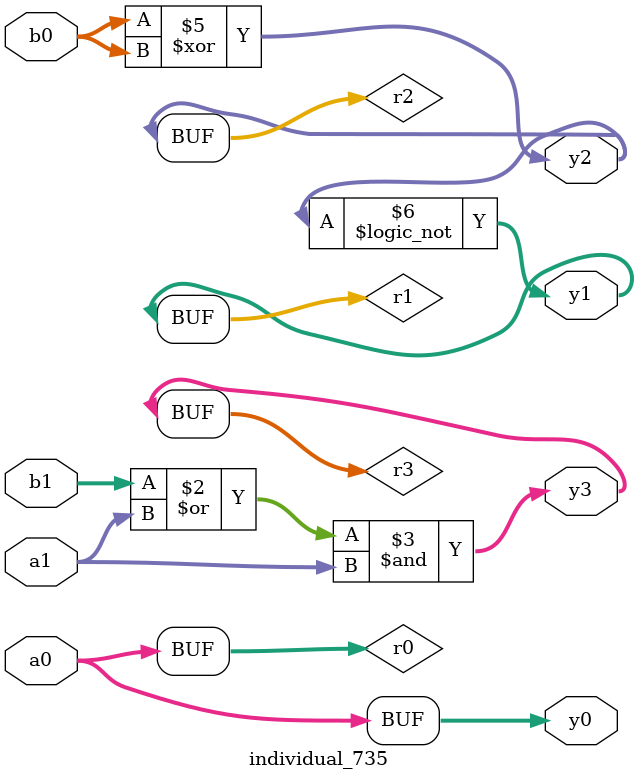
<source format=sv>
module individual_735(input logic [15:0] a1, input logic [15:0] a0, input logic [15:0] b1, input logic [15:0] b0, output logic [15:0] y3, output logic [15:0] y2, output logic [15:0] y1, output logic [15:0] y0);
logic [15:0] r0, r1, r2, r3; 
 always@(*) begin 
	 r0 = a0; r1 = a1; r2 = b0; r3 = b1; 
 	 r3  |=  r1 ;
 	 r3  &=  r1 ;
 	 r1  ^=  b1 ;
 	 r2  ^=  b0 ;
 	 r1 = ! r2 ;
 	 y3 = r3; y2 = r2; y1 = r1; y0 = r0; 
end
endmodule
</source>
